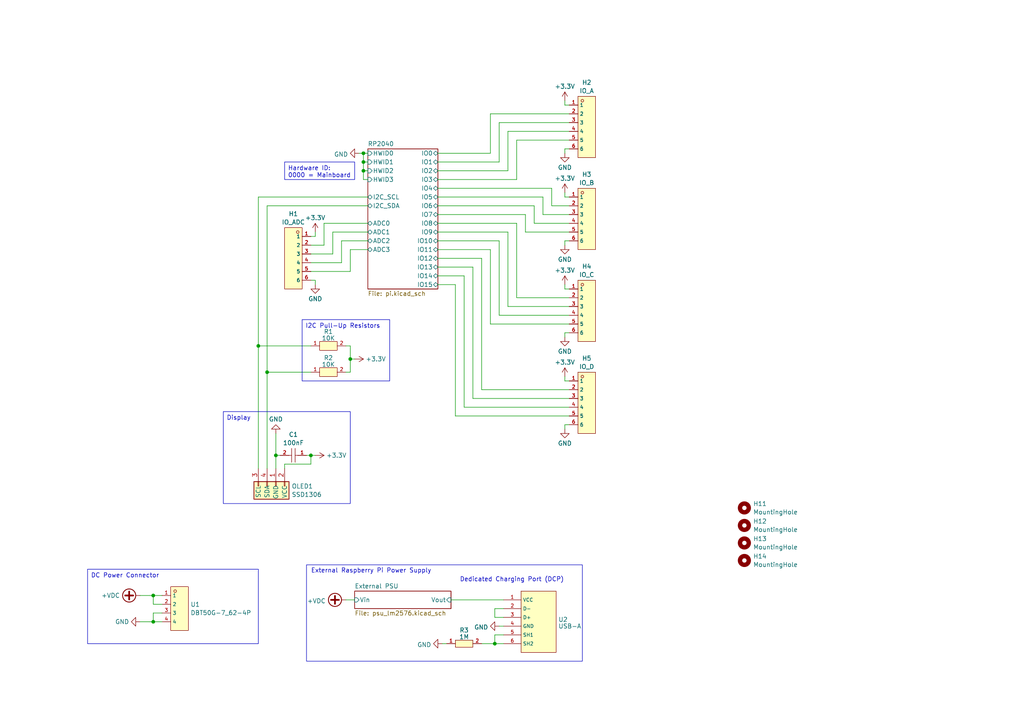
<source format=kicad_sch>
(kicad_sch (version 20230121) (generator eeschema)
  (paper "A4")
  (title_block (title "Dispensy Mainboard") (date "2024-01-10") (rev "0") (company "DrinkRobotics") (comment 1 "https://git.xythobuz.de/thomas/Dispensy") (comment 3 "PCB Thickness: 1mm") (comment 4 "DRAFT DRAFT DRAFT DRAFT DRAFT"))
  (lib_symbols
    (symbol "Mechanical:MountingHole" (pin_names (offset 1.016))
      (property "Reference" "H" (at 0 5.08 0))
      (property "Value" "MountingHole" (at 0 3.175 0))
      (symbol "MountingHole_0_1"
        (circle (center 0 0) (radius 1.27) (stroke (width 1.27)))
      )
    )
    (symbol "SSD1306:SSD1306" (pin_names (offset 1.016))
      (property "Reference" "OLED" (at 0 5.08 0))
      (property "Value" "SSD1306" (at 0 -7.62 0))
      (symbol "SSD1306_1_1"
        (rectangle (start -1.27 -4.953) (end 0 -5.207) (stroke (width 0.1524)))
        (rectangle (start -1.27 -2.413) (end 0 -2.667) (stroke (width 0.1524)))
        (rectangle (start -1.27 0.127) (end 0 -0.127) (stroke (width 0.1524)))
        (rectangle (start -1.27 2.667) (end 0 2.413) (stroke (width 0.1524)))
        (rectangle (start -1.27 3.81) (end 3.81 -6.35) (stroke (width 0.254)) (fill (type background)))
        (pin power_in line (at -5.08 0 0) (length 3.81) (name "GND") (number "1"))
        (pin power_in line (at -5.08 2.54 0) (length 3.81) (name "VCC") (number "2"))
        (pin input line (at -5.08 -5.08 0) (length 3.81) (name "SCL") (number "3"))
        (pin bidirectional line (at -5.08 -2.54 0) (length 3.81) (name "SDA") (number "4"))
      )
    )
    (symbol "jlc:AC0402FR-071ML" (pin_names hide)
      (property "Reference" "R" (at 0 1.27 0))
      (property "Value" "AC0402FR-071ML" (at 0 -2.54 0))
      (symbol "AC0402FR-071ML_0_1"
        (rectangle (start -2.54 1.016) (end 2.54 -1.016) (fill (type background)))
        (pin unspecified line (at -5.08 0 0) (length 2.54) (name "1") (number "1"))
        (pin unspecified line (at 5.08 0 180) (length 2.54) (name "2") (number "2"))
      )
    )
    (symbol "jlc:CC0402KRX7R8BB104" (pin_names hide)
      (property "Reference" "C" (at 0 1.27 0))
      (property "Value" "CC0402KRX7R8BB104" (at 0 -2.54 0))
      (symbol "CC0402KRX7R8BB104_0_1"
        (polyline (pts (xy -1.27 0) (xy -0.508 0)))
        (polyline (pts (xy -0.508 2.032) (xy -0.508 -2.032)))
        (polyline (pts (xy 0.508 0) (xy 1.27 0)))
        (polyline (pts (xy 0.508 2.032) (xy 0.508 -2.032)))
        (pin input line (at -3.81 0 0) (length 2.54) (name "1") (number "1"))
        (pin input line (at 3.81 0 180) (length 2.54) (name "2") (number "2"))
      )
    )
    (symbol "jlc:CR-02FL6---10K" (pin_names hide)
      (property "Reference" "R" (at 0 1.27 0))
      (property "Value" "CR-02FL6---10K" (at 0 -2.54 0))
      (symbol "CR-02FL6---10K_0_1"
        (rectangle (start -2.54 1.27) (end 2.54 -1.27) (fill (type background)))
        (pin unspecified line (at -5.08 0 0) (length 2.54) (name "1") (number "1"))
        (pin unspecified line (at 5.08 0 180) (length 2.54) (name "2") (number "2"))
      )
    )
    (symbol "jlc:DBT50G-7_62-4P"
      (property "Reference" "U" (at 0 1.27 0))
      (property "Value" "DBT50G-7_62-4P" (at 0 -2.54 0))
      (symbol "DBT50G-7_62-4P_0_1"
        (rectangle (start -2.54 6.35) (end 2.54 -6.35) (fill (type background)))
        (circle (center -1.27 5.08) (radius 0.381) (fill (type background)))
        (pin unspecified line (at -5.08 3.81 0) (length 2.54) (name "1") (number "1"))
        (pin unspecified line (at -5.08 1.27 0) (length 2.54) (name "2") (number "2"))
        (pin unspecified line (at -5.08 -1.27 0) (length 2.54) (name "3") (number "3"))
        (pin unspecified line (at -5.08 -3.81 0) (length 2.54) (name "4") (number "4"))
      )
    )
    (symbol "jlc:Header-Female-2_54_1x6"
      (property "Reference" "H" (at 0 1.27 0))
      (property "Value" "Header-Female-2_54_1x6" (at 0 -2.54 0))
      (symbol "Header-Female-2_54_1x6_0_1"
        (rectangle (start -2.54 8.89) (end 2.54 -8.89) (fill (type background)))
        (circle (center -1.27 7.62) (radius 0.381) (fill (type background)))
        (pin unspecified line (at -5.08 6.35 0) (length 2.54) (name "1") (number "1"))
        (pin unspecified line (at -5.08 3.81 0) (length 2.54) (name "2") (number "2"))
        (pin unspecified line (at -5.08 1.27 0) (length 2.54) (name "3") (number "3"))
        (pin unspecified line (at -5.08 -1.27 0) (length 2.54) (name "4") (number "4"))
        (pin unspecified line (at -5.08 -3.81 0) (length 2.54) (name "5") (number "5"))
        (pin unspecified line (at -5.08 -6.35 0) (length 2.54) (name "6") (number "6"))
      )
    )
    (symbol "jlc:U-USBAR04P-F000"
      (property "Reference" "U" (at 0 1.27 0))
      (property "Value" "U-USBAR04P-F000" (at 0 -2.54 0))
      (symbol "U-USBAR04P-F000_0_1"
        (rectangle (start -2.54 10.16) (end 7.62 -7.62) (fill (type background)))
        (pin unspecified line (at -7.62 7.62 0) (length 5.08) (name "VCC") (number "1"))
        (pin unspecified line (at -7.62 5.08 0) (length 5.08) (name "D-") (number "2"))
        (pin unspecified line (at -7.62 2.54 0) (length 5.08) (name "D+") (number "3"))
        (pin unspecified line (at -7.62 0 0) (length 5.08) (name "GND") (number "4"))
        (pin unspecified line (at -7.62 -2.54 0) (length 5.08) (name "SH1") (number "5"))
        (pin unspecified line (at -7.62 -5.08 0) (length 5.08) (name "SH2") (number "6"))
      )
    )
    (symbol "power:+3.3V" (power) (pin_names (offset 0))
      (property "Value" "+3.3V" (at 0 3.556 0))
      (symbol "+3.3V_0_1"
        (polyline (pts (xy -0.762 1.27) (xy 0 2.54)))
        (polyline (pts (xy 0 0) (xy 0 2.54)))
        (polyline (pts (xy 0 2.54) (xy 0.762 1.27)))
      )
      (symbol "+3.3V_1_1"
        (pin power_in line (at 0 0 90) (length 0) hide (name "+3.3V") (number "1"))
      )
    )
    (symbol "power:+VDC" (power) (pin_names (offset 0))
      (property "Value" "+VDC" (at 0 6.35 0))
      (symbol "+VDC_0_1"
        (polyline (pts (xy -1.143 3.175) (xy 1.143 3.175)) (stroke (width 0.508)))
        (polyline (pts (xy 0 0) (xy 0 1.27)))
        (polyline (pts (xy 0 2.032) (xy 0 4.318)) (stroke (width 0.508)))
        (circle (center 0 3.175) (radius 1.905) (stroke (width 0.254)))
      )
      (symbol "+VDC_1_1"
        (pin power_in line (at 0 0 90) (length 0) hide (name "+VDC") (number "1"))
      )
    )
    (symbol "power:GND" (power) (pin_names (offset 0))
      (property "Value" "GND" (at 0 -3.81 0))
      (symbol "GND_0_1"
        (polyline (pts (xy 0 0) (xy 0 -1.27) (xy 1.27 -1.27) (xy 0 -2.54) (xy -1.27 -1.27) (xy 0 -1.27)))
      )
      (symbol "GND_1_1"
        (pin power_in line (at 0 0 270) (length 0) hide (name "GND") (number "1"))
      )
    )
  )
  (junction (at 44.45 172.72))
  (junction (at 101.6 104.14))
  (junction (at 44.45 180.34))
  (junction (at 77.47 107.95))
  (junction (at 143.51 186.69))
  (junction (at 74.93 100.33))
  (junction (at 105.41 46.99))
  (junction (at 105.41 49.53))
  (junction (at 80.01 132.08))
  (junction (at 90.17 132.08))
  (junction (at 105.41 44.45))
  (wire (pts (xy 143.51 186.69) (xy 139.7 186.69)))
  (wire (pts (xy 143.51 176.53) (xy 146.05 176.53)))
  (wire (pts (xy 104.14 44.45) (xy 105.41 44.45)))
  (wire (pts (xy 90.17 134.62) (xy 90.17 132.08)))
  (wire (pts (xy 147.32 49.53) (xy 127 49.53)))
  (wire (pts (xy 82.55 135.89) (xy 82.55 134.62)))
  (wire (pts (xy 165.1 88.9) (xy 147.32 88.9)))
  (wire (pts (xy 80.01 132.08) (xy 80.01 135.89)))
  (wire (pts (xy 44.45 177.8) (xy 44.45 180.34)))
  (wire (pts (xy 163.83 30.48) (xy 163.83 29.21)))
  (wire (pts (xy 163.83 43.18) (xy 163.83 44.45)))
  (wire (pts (xy 142.24 72.39) (xy 127 72.39)))
  (wire (pts (xy 144.78 69.85) (xy 127 69.85)))
  (wire (pts (xy 77.47 107.95) (xy 77.47 59.69)))
  (wire (pts (xy 46.99 177.8) (xy 44.45 177.8)))
  (wire (pts (xy 77.47 59.69) (xy 106.68 59.69)))
  (wire (pts (xy 163.83 110.49) (xy 163.83 109.22)))
  (wire (pts (xy 100.33 107.95) (xy 101.6 107.95)))
  (wire (pts (xy 101.6 78.74) (xy 101.6 72.39)))
  (wire (pts (xy 147.32 88.9) (xy 147.32 67.31)))
  (wire (pts (xy 77.47 107.95) (xy 90.17 107.95)))
  (wire (pts (xy 101.6 104.14) (xy 102.87 104.14)))
  (wire (pts (xy 132.08 120.65) (xy 165.1 120.65)))
  (wire (pts (xy 165.1 67.31) (xy 152.4 67.31)))
  (wire (pts (xy 80.01 125.73) (xy 80.01 132.08)))
  (wire (pts (xy 127 82.55) (xy 132.08 82.55)))
  (wire (pts (xy 144.78 181.61) (xy 146.05 181.61)))
  (wire (pts (xy 106.68 52.07) (xy 105.41 52.07)))
  (wire (pts (xy 105.41 52.07) (xy 105.41 49.53)))
  (wire (pts (xy 132.08 82.55) (xy 132.08 120.65)))
  (wire (pts (xy 144.78 46.99) (xy 127 46.99)))
  (wire (pts (xy 165.1 110.49) (xy 163.83 110.49)))
  (wire (pts (xy 44.45 175.26) (xy 44.45 172.72)))
  (wire (pts (xy 165.1 96.52) (xy 163.83 96.52)))
  (wire (pts (xy 137.16 115.57) (xy 137.16 77.47)))
  (wire (pts (xy 139.7 113.03) (xy 139.7 74.93)))
  (wire (pts (xy 90.17 78.74) (xy 101.6 78.74)))
  (wire (pts (xy 74.93 57.15) (xy 106.68 57.15)))
  (wire (pts (xy 165.1 62.23) (xy 157.48 62.23)))
  (wire (pts (xy 160.02 54.61) (xy 160.02 59.69)))
  (wire (pts (xy 40.64 180.34) (xy 44.45 180.34)))
  (wire (pts (xy 128.27 186.69) (xy 129.54 186.69)))
  (wire (pts (xy 165.1 118.11) (xy 134.62 118.11)))
  (wire (pts (xy 88.9 132.08) (xy 90.17 132.08)))
  (wire (pts (xy 44.45 172.72) (xy 46.99 172.72)))
  (wire (pts (xy 147.32 38.1) (xy 147.32 49.53)))
  (wire (pts (xy 144.78 35.56) (xy 144.78 46.99)))
  (wire (pts (xy 165.1 30.48) (xy 163.83 30.48)))
  (wire (pts (xy 99.06 76.2) (xy 99.06 69.85)))
  (wire (pts (xy 165.1 69.85) (xy 163.83 69.85)))
  (wire (pts (xy 74.93 135.89) (xy 74.93 100.33)))
  (wire (pts (xy 101.6 72.39) (xy 106.68 72.39)))
  (wire (pts (xy 142.24 33.02) (xy 142.24 44.45)))
  (wire (pts (xy 90.17 68.58) (xy 91.44 68.58)))
  (wire (pts (xy 90.17 76.2) (xy 99.06 76.2)))
  (wire (pts (xy 146.05 179.07) (xy 143.51 179.07)))
  (wire (pts (xy 91.44 81.28) (xy 91.44 82.55)))
  (wire (pts (xy 165.1 57.15) (xy 163.83 57.15)))
  (wire (pts (xy 101.6 107.95) (xy 101.6 104.14)))
  (wire (pts (xy 77.47 135.89) (xy 77.47 107.95)))
  (wire (pts (xy 165.1 83.82) (xy 163.83 83.82)))
  (wire (pts (xy 105.41 49.53) (xy 105.41 46.99)))
  (wire (pts (xy 143.51 184.15) (xy 143.51 186.69)))
  (wire (pts (xy 160.02 59.69) (xy 165.1 59.69)))
  (wire (pts (xy 100.33 173.99) (xy 102.87 173.99)))
  (wire (pts (xy 157.48 57.15) (xy 127 57.15)))
  (wire (pts (xy 154.94 64.77) (xy 154.94 59.69)))
  (wire (pts (xy 165.1 43.18) (xy 163.83 43.18)))
  (wire (pts (xy 165.1 91.44) (xy 144.78 91.44)))
  (wire (pts (xy 144.78 35.56) (xy 165.1 35.56)))
  (wire (pts (xy 149.86 40.64) (xy 149.86 52.07)))
  (wire (pts (xy 142.24 44.45) (xy 127 44.45)))
  (wire (pts (xy 91.44 68.58) (xy 91.44 67.31)))
  (wire (pts (xy 80.01 132.08) (xy 81.28 132.08)))
  (wire (pts (xy 165.1 93.98) (xy 142.24 93.98)))
  (wire (pts (xy 165.1 64.77) (xy 154.94 64.77)))
  (wire (pts (xy 106.68 46.99) (xy 105.41 46.99)))
  (wire (pts (xy 146.05 184.15) (xy 143.51 184.15)))
  (wire (pts (xy 149.86 86.36) (xy 149.86 64.77)))
  (wire (pts (xy 90.17 73.66) (xy 96.52 73.66)))
  (wire (pts (xy 90.17 71.12) (xy 93.98 71.12)))
  (wire (pts (xy 147.32 67.31) (xy 127 67.31)))
  (wire (pts (xy 40.64 172.72) (xy 44.45 172.72)))
  (wire (pts (xy 142.24 93.98) (xy 142.24 72.39)))
  (wire (pts (xy 46.99 175.26) (xy 44.45 175.26)))
  (wire (pts (xy 165.1 115.57) (xy 137.16 115.57)))
  (wire (pts (xy 101.6 100.33) (xy 101.6 104.14)))
  (wire (pts (xy 105.41 46.99) (xy 105.41 44.45)))
  (wire (pts (xy 90.17 81.28) (xy 91.44 81.28)))
  (wire (pts (xy 157.48 62.23) (xy 157.48 57.15)))
  (wire (pts (xy 130.81 173.99) (xy 146.05 173.99)))
  (wire (pts (xy 163.83 57.15) (xy 163.83 55.88)))
  (wire (pts (xy 152.4 67.31) (xy 152.4 62.23)))
  (wire (pts (xy 44.45 180.34) (xy 46.99 180.34)))
  (wire (pts (xy 74.93 100.33) (xy 90.17 100.33)))
  (wire (pts (xy 147.32 38.1) (xy 165.1 38.1)))
  (wire (pts (xy 144.78 91.44) (xy 144.78 69.85)))
  (wire (pts (xy 100.33 100.33) (xy 101.6 100.33)))
  (wire (pts (xy 90.17 132.08) (xy 91.44 132.08)))
  (wire (pts (xy 105.41 44.45) (xy 106.68 44.45)))
  (wire (pts (xy 93.98 71.12) (xy 93.98 64.77)))
  (wire (pts (xy 139.7 74.93) (xy 127 74.93)))
  (wire (pts (xy 99.06 69.85) (xy 106.68 69.85)))
  (wire (pts (xy 163.83 96.52) (xy 163.83 97.79)))
  (wire (pts (xy 163.83 123.19) (xy 163.83 124.46)))
  (wire (pts (xy 93.98 64.77) (xy 106.68 64.77)))
  (wire (pts (xy 154.94 59.69) (xy 127 59.69)))
  (wire (pts (xy 152.4 62.23) (xy 127 62.23)))
  (wire (pts (xy 149.86 40.64) (xy 165.1 40.64)))
  (wire (pts (xy 127 54.61) (xy 160.02 54.61)))
  (wire (pts (xy 134.62 80.01) (xy 127 80.01)))
  (wire (pts (xy 142.24 33.02) (xy 165.1 33.02)))
  (wire (pts (xy 149.86 52.07) (xy 127 52.07)))
  (wire (pts (xy 96.52 67.31) (xy 106.68 67.31)))
  (wire (pts (xy 163.83 69.85) (xy 163.83 71.12)))
  (wire (pts (xy 105.41 49.53) (xy 106.68 49.53)))
  (wire (pts (xy 165.1 113.03) (xy 139.7 113.03)))
  (wire (pts (xy 74.93 100.33) (xy 74.93 57.15)))
  (wire (pts (xy 143.51 186.69) (xy 146.05 186.69)))
  (wire (pts (xy 163.83 83.82) (xy 163.83 82.55)))
  (wire (pts (xy 134.62 118.11) (xy 134.62 80.01)))
  (wire (pts (xy 82.55 134.62) (xy 90.17 134.62)))
  (wire (pts (xy 165.1 86.36) (xy 149.86 86.36)))
  (wire (pts (xy 149.86 64.77) (xy 127 64.77)))
  (wire (pts (xy 143.51 179.07) (xy 143.51 176.53)))
  (wire (pts (xy 96.52 73.66) (xy 96.52 67.31)))
  (wire (pts (xy 165.1 123.19) (xy 163.83 123.19)))
  (wire (pts (xy 137.16 77.47) (xy 127 77.47)))
  (rectangle (start 88.9 163.83) (end 168.91 191.77))
  (text_box "Hardware ID:\n0000 = Mainboard" (at 82.55 46.99 0) (size 20.32 5.08) (effects (font (size 1.27 1.27)) (justify left top)))
  (text_box "DC Power Connector" (at 25.4 165.1 0) (size 49.53 21.59) (effects (font (size 1.27 1.27)) (justify left top)))
  (text_box "I2C Pull-Up Resistors" (at 87.63 92.71 0) (size 25.4 17.78) (effects (font (size 1.27 1.27)) (justify left top)))
  (text_box "Display" (at 64.77 119.38 0) (size 36.83 26.67) (effects (font (size 1.27 1.27)) (justify left top)))
  (text "Dedicated Charging Port (DCP)" (at 133.35 168.91 0) (effects (font (size 1.27 1.27)) (justify left bottom)))
  (text "External Raspberry Pi Power Supply" (at 90.17 166.37 0) (effects (font (size 1.27 1.27)) (justify left bottom)))
  (symbol (lib_id "Mechanical:MountingHole") (at 215.9 147.32 0) (unit 1)
    (property "Reference" "H11" (at 218.44 146.1079 0) (effects (justify left)))
    (property "Value" "MountingHole" (at 218.44 148.5321 0) (effects (justify left)))
    (property "Footprint" "MountingHole:MountingHole_3.2mm_M3_Pad_TopBottom" (effects hide))
  )
  (symbol (lib_id "power:+3.3V") (at 163.83 82.55 0) (unit 1)
    (property "Reference" "#PWR016" (effects hide))
    (property "Value" "+3.3V" (at 163.83 78.4169 0))
  )
  (symbol (lib_id "jlc:CC0402KRX7R8BB104") (at 85.09 132.08 180) (unit 1)
    (property "Reference" "C1" (at 85.09 126.0307 0))
    (property "Value" "100nF" (at 85.09 128.4549 0))
    (property "Footprint" "jlc_footprints:C0402" (effects hide))
    (property "Datasheet" "https://item.szlcsc.com/15869.html" (effects hide))
    (property "LCSC" "C105883" (effects hide))
    (property "Capacitance" "100nF" (effects hide))
  )
  (symbol (lib_id "SSD1306:SSD1306") (at 80.01 140.97 270) (unit 1)
    (property "Reference" "OLED1" (at 84.582 141.0279 90) (effects (justify left)))
    (property "Value" "SSD1306" (at 84.582 143.4521 90) (effects (justify left)))
    (property "Footprint" "extern:SSD1306_0.96_Oled" (effects hide))
  )
  (symbol (lib_id "power:GND") (at 80.01 125.73 180) (unit 1)
    (property "Reference" "#PWR03" (effects hide))
    (property "Value" "GND" (at 80.01 121.5969 0))
  )
  (symbol (lib_id "power:GND") (at 144.78 181.61 270) (unit 1)
    (property "Reference" "#PWR011" (effects hide))
    (property "Value" "GND" (at 141.6051 181.9268 90) (effects (justify right)))
  )
  (symbol (lib_id "Mechanical:MountingHole") (at 215.9 157.48 0) (unit 1)
    (property "Reference" "H13" (at 218.44 156.2679 0) (effects (justify left)))
    (property "Value" "MountingHole" (at 218.44 158.6921 0) (effects (justify left)))
    (property "Footprint" "MountingHole:MountingHole_3.2mm_M3_Pad_TopBottom" (effects hide))
  )
  (symbol (lib_id "jlc:U-USBAR04P-F000") (at 153.67 181.61 0) (unit 1)
    (property "Reference" "U2" (at 161.925 179.6963 0) (effects (justify left)))
    (property "Value" "USB-A" (at 161.925 181.6173 0) (effects (justify left)))
    (property "Footprint" "jlc_footprints:USB-A-TH_USB-302-T" (effects hide))
    (property "Datasheet" "https://item.szlcsc.com/113689.html" (effects hide))
    (property "LCSC" "C386740" (effects hide))
  )
  (symbol (lib_id "power:GND") (at 163.83 97.79 0) (unit 1)
    (property "Reference" "#PWR017" (effects hide))
    (property "Value" "GND" (at 163.83 101.9231 0))
  )
  (symbol (lib_id "jlc:CR-02FL6---10K") (at 95.25 107.95 0) (unit 1)
    (property "Reference" "R2" (at 95.25 103.7971 0))
    (property "Value" "10K" (at 95.25 105.7181 0))
    (property "Footprint" "jlc_footprints:R0402" (effects hide))
    (property "Datasheet" "https://item.szlcsc.com/323315.html" (effects hide))
    (property "LCSC" "C406733" (effects hide))
    (property "Resistance" "10kΩ" (effects hide))
  )
  (symbol (lib_id "jlc:Header-Female-2_54_1x6") (at 170.18 116.84 0) (unit 1)
    (property "Reference" "H5" (at 170.18 103.9327 0))
    (property "Value" "IO_D" (at 170.18 106.3569 0))
    (property "Footprint" "jlc_footprints:HDR-TH_6P-P2.54-V-F" (effects hide))
    (property "Datasheet" "https://so.szlcsc.com/global.html?c=&k=C40877" (effects hide))
    (property "LCSC" "C40877" (effects hide))
  )
  (symbol (lib_id "jlc:Header-Female-2_54_1x6") (at 170.18 36.83 0) (unit 1)
    (property "Reference" "H2" (at 170.18 23.9227 0))
    (property "Value" "IO_A" (at 170.18 26.3469 0))
    (property "Footprint" "jlc_footprints:HDR-TH_6P-P2.54-V-F" (effects hide))
    (property "Datasheet" "https://so.szlcsc.com/global.html?c=&k=C40877" (effects hide))
    (property "LCSC" "C40877" (effects hide))
  )
  (symbol (lib_id "power:+3.3V") (at 102.87 104.14 270) (unit 1)
    (property "Reference" "#PWR08" (effects hide))
    (property "Value" "+3.3V" (at 106.045 104.14 90) (effects (justify left)))
  )
  (symbol (lib_id "power:GND") (at 128.27 186.69 270) (unit 1)
    (property "Reference" "#PWR010" (effects hide))
    (property "Value" "GND" (at 125.0951 187.0068 90) (effects (justify right)))
  )
  (symbol (lib_id "power:+VDC") (at 40.64 172.72 90) (unit 1)
    (property "Reference" "#PWR01" (effects hide))
    (property "Value" "+VDC" (at 34.798 172.72 90) (effects (justify left)))
  )
  (symbol (lib_id "Mechanical:MountingHole") (at 215.9 152.4 0) (unit 1)
    (property "Reference" "H12" (at 218.44 151.1879 0) (effects (justify left)))
    (property "Value" "MountingHole" (at 218.44 153.6121 0) (effects (justify left)))
    (property "Footprint" "MountingHole:MountingHole_3.2mm_M3_Pad_TopBottom" (effects hide))
  )
  (symbol (lib_id "jlc:DBT50G-7_62-4P") (at 52.07 176.53 0) (unit 1)
    (property "Reference" "U1" (at 55.245 175.3179 0) (effects (justify left)))
    (property "Value" "DBT50G-7_62-4P" (at 55.245 177.7421 0) (effects (justify left)))
    (property "Footprint" "jlc_footprints:CONN-TH_4P-P7.62_L15.2-W31.7-EX4.2" (effects hide))
    (property "Datasheet" "https://item.szlcsc.com/512151.html?ref=editor&logined=true" (effects hide))
    (property "LCSC" "C496132" (effects hide))
  )
  (symbol (lib_id "jlc:AC0402FR-071ML") (at 134.62 186.69 0) (unit 1)
    (property "Reference" "R3" (at 134.62 182.7911 0))
    (property "Value" "1M" (at 134.62 184.7121 0))
    (property "Footprint" "jlc_footprints:R0402" (effects hide))
    (property "Datasheet" "https://item.szlcsc.com/323315.html" (effects hide))
    (property "LCSC" "C144787" (effects hide))
    (property "Resistance" "1MΩ" (effects hide))
  )
  (symbol (lib_id "power:GND") (at 104.14 44.45 270) (unit 1)
    (property "Reference" "#PWR09" (effects hide))
    (property "Value" "GND" (at 100.9651 44.7668 90) (effects (justify right)))
  )
  (symbol (lib_id "power:GND") (at 163.83 124.46 0) (unit 1)
    (property "Reference" "#PWR019" (effects hide))
    (property "Value" "GND" (at 163.83 128.5931 0))
  )
  (symbol (lib_id "power:GND") (at 91.44 82.55 0) (mirror y) (unit 1)
    (property "Reference" "#PWR05" (effects hide))
    (property "Value" "GND" (at 91.44 86.6831 0))
  )
  (symbol (lib_id "power:+VDC") (at 100.33 173.99 90) (unit 1)
    (property "Reference" "#PWR07" (effects hide))
    (property "Value" "+VDC" (at 94.488 174.3068 90) (effects (justify left)))
  )
  (symbol (lib_id "power:+3.3V") (at 163.83 29.21 0) (unit 1)
    (property "Reference" "#PWR012" (effects hide))
    (property "Value" "+3.3V" (at 163.83 25.0769 0))
  )
  (symbol (lib_id "power:+3.3V") (at 163.83 109.22 0) (unit 1)
    (property "Reference" "#PWR018" (effects hide))
    (property "Value" "+3.3V" (at 163.83 105.0869 0))
  )
  (symbol (lib_id "power:+3.3V") (at 91.44 67.31 0) (mirror y) (unit 1)
    (property "Reference" "#PWR04" (effects hide))
    (property "Value" "+3.3V" (at 91.44 63.1769 0))
  )
  (symbol (lib_id "jlc:Header-Female-2_54_1x6") (at 170.18 90.17 0) (unit 1)
    (property "Reference" "H4" (at 170.18 77.2627 0))
    (property "Value" "IO_C" (at 170.18 79.6869 0))
    (property "Footprint" "jlc_footprints:HDR-TH_6P-P2.54-V-F" (effects hide))
    (property "Datasheet" "https://so.szlcsc.com/global.html?c=&k=C40877" (effects hide))
    (property "LCSC" "C40877" (effects hide))
  )
  (symbol (lib_id "power:GND") (at 40.64 180.34 270) (unit 1)
    (property "Reference" "#PWR02" (effects hide))
    (property "Value" "GND" (at 37.4651 180.34 90) (effects (justify right)))
  )
  (symbol (lib_id "power:GND") (at 163.83 44.45 0) (unit 1)
    (property "Reference" "#PWR013" (effects hide))
    (property "Value" "GND" (at 163.83 48.5831 0))
  )
  (symbol (lib_id "power:GND") (at 163.83 71.12 0) (unit 1)
    (property "Reference" "#PWR015" (effects hide))
    (property "Value" "GND" (at 163.83 75.2531 0))
  )
  (symbol (lib_id "power:+3.3V") (at 91.44 132.08 270) (unit 1)
    (property "Reference" "#PWR06" (effects hide))
    (property "Value" "+3.3V" (at 94.615 132.08 90) (effects (justify left)))
  )
  (symbol (lib_id "jlc:Header-Female-2_54_1x6") (at 85.09 74.93 0) (mirror y) (unit 1)
    (property "Reference" "H1" (at 85.09 62.0227 0))
    (property "Value" "IO_ADC" (at 85.09 64.4469 0))
    (property "Footprint" "jlc_footprints:HDR-TH_6P-P2.54-V-F" (effects hide))
    (property "Datasheet" "https://so.szlcsc.com/global.html?c=&k=C40877" (effects hide))
    (property "LCSC" "C40877" (effects hide))
  )
  (symbol (lib_id "power:+3.3V") (at 163.83 55.88 0) (unit 1)
    (property "Reference" "#PWR014" (effects hide))
    (property "Value" "+3.3V" (at 163.83 51.7469 0))
  )
  (symbol (lib_id "jlc:Header-Female-2_54_1x6") (at 170.18 63.5 0) (unit 1)
    (property "Reference" "H3" (at 170.18 50.5927 0))
    (property "Value" "IO_B" (at 170.18 53.0169 0))
    (property "Footprint" "jlc_footprints:HDR-TH_6P-P2.54-V-F" (effects hide))
    (property "Datasheet" "https://so.szlcsc.com/global.html?c=&k=C40877" (effects hide))
    (property "LCSC" "C40877" (effects hide))
  )
  (symbol (lib_id "jlc:CR-02FL6---10K") (at 95.25 100.33 0) (unit 1)
    (property "Reference" "R1" (at 95.25 96.1771 0))
    (property "Value" "10K" (at 95.25 98.0981 0))
    (property "Footprint" "jlc_footprints:R0402" (effects hide))
    (property "Datasheet" "https://item.szlcsc.com/323315.html" (effects hide))
    (property "LCSC" "C406733" (effects hide))
    (property "Resistance" "10kΩ" (effects hide))
  )
  (symbol (lib_id "Mechanical:MountingHole") (at 215.9 162.56 0) (unit 1)
    (property "Reference" "H14" (at 218.44 161.3479 0) (effects (justify left)))
    (property "Value" "MountingHole" (at 218.44 163.7721 0) (effects (justify left)))
    (property "Footprint" "MountingHole:MountingHole_3.2mm_M3_Pad_TopBottom" (effects hide))
  )
  (sheet (at 102.87 171.45) (size 27.94 5.08) (stroke (width 0.1524))
    (property "Sheetname" "External PSU" (at 102.87 170.7384 0) (effects (justify left bottom)))
    (property "Sheetfile" "psu_lm2576.kicad_sch" (at 102.87 177.1146 0) (effects (justify left top)))
    (pin "Vout" input (at 130.81 173.99 0))
    (pin "Vin" input (at 102.87 173.99 180))
  )
  (sheet (at 106.68 43.18) (size 20.32 40.64) (stroke (width 0.1524))
    (property "Sheetname" "RP2040" (at 106.68 42.4684 0) (effects (justify left bottom)))
    (property "Sheetfile" "pi.kicad_sch" (at 106.68 84.4046 0) (effects (justify left top)))
    (pin "IO8" bidirectional (at 127 64.77 0))
    (pin "IO9" bidirectional (at 127 67.31 0))
    (pin "IO5" bidirectional (at 127 57.15 0))
    (pin "IO6" bidirectional (at 127 59.69 0))
    (pin "IO7" bidirectional (at 127 62.23 0))
    (pin "IO4" bidirectional (at 127 54.61 0))
    (pin "IO3" bidirectional (at 127 52.07 0))
    (pin "IO2" bidirectional (at 127 49.53 0))
    (pin "IO1" bidirectional (at 127 46.99 0))
    (pin "IO0" bidirectional (at 127 44.45 0))
    (pin "IO15" bidirectional (at 127 82.55 0))
    (pin "IO14" bidirectional (at 127 80.01 0))
    (pin "ADC1" bidirectional (at 106.68 67.31 180))
    (pin "ADC2" bidirectional (at 106.68 69.85 180))
    (pin "ADC3" bidirectional (at 106.68 72.39 180))
    (pin "ADC0" bidirectional (at 106.68 64.77 180))
    (pin "IO12" bidirectional (at 127 74.93 0))
    (pin "I2C_SDA" bidirectional (at 106.68 59.69 180))
    (pin "IO13" bidirectional (at 127 77.47 0))
    (pin "IO10" bidirectional (at 127 69.85 0))
    (pin "IO11" bidirectional (at 127 72.39 0))
    (pin "I2C_SCL" bidirectional (at 106.68 57.15 180))
    (pin "HWID2" input (at 106.68 49.53 180))
    (pin "HWID3" input (at 106.68 52.07 180))
    (pin "HWID0" input (at 106.68 44.45 180))
    (pin "HWID1" input (at 106.68 46.99 180))
  )
)
</source>
